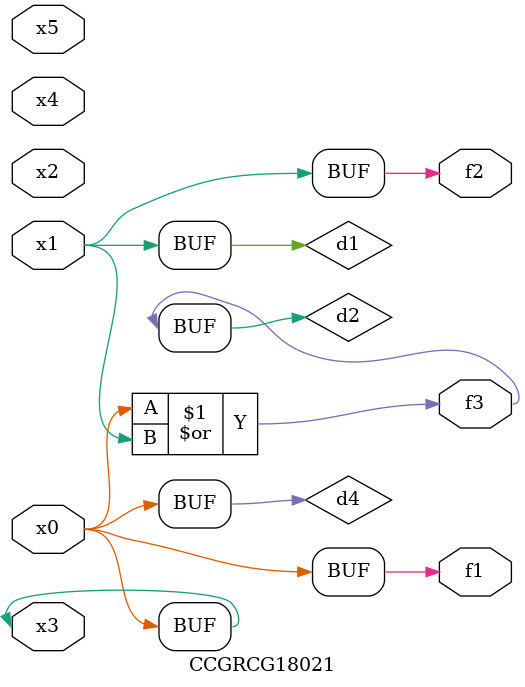
<source format=v>
module CCGRCG18021(
	input x0, x1, x2, x3, x4, x5,
	output f1, f2, f3
);

	wire d1, d2, d3, d4;

	and (d1, x1);
	or (d2, x0, x1);
	nand (d3, x0, x5);
	buf (d4, x0, x3);
	assign f1 = d4;
	assign f2 = d1;
	assign f3 = d2;
endmodule

</source>
